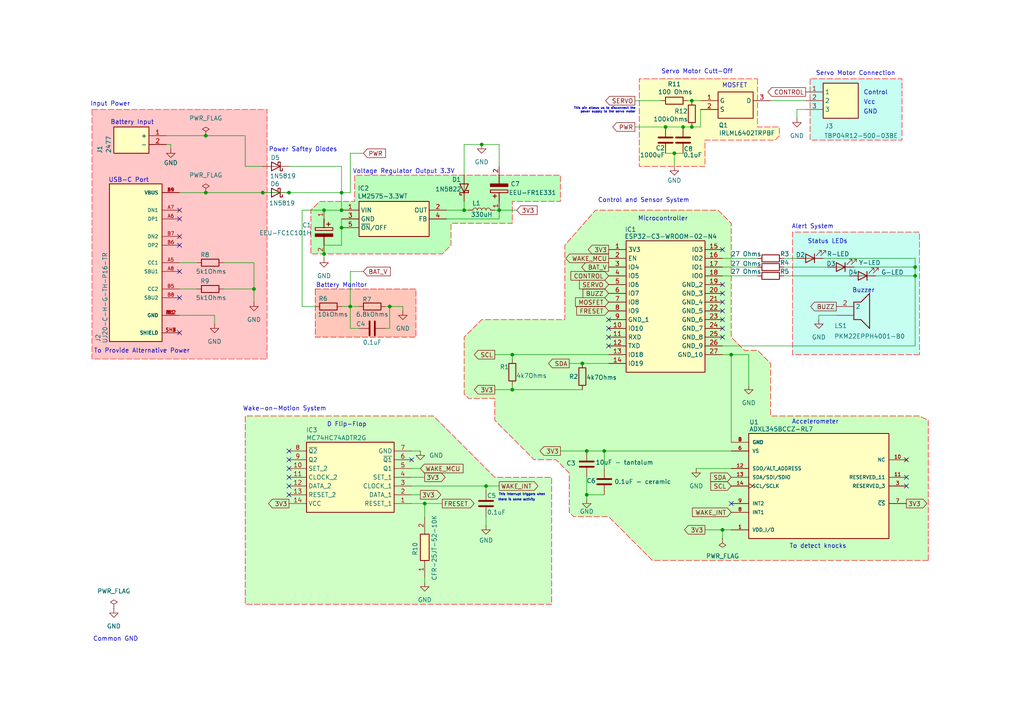
<source format=kicad_sch>
(kicad_sch (version 20250114) (generator "eeschema") (generator_version "9.0")
  (paper "A4")
  (title_block (title "KnockLockSchematic") (date "2025-10-26") (rev "1.2") (company "HSRW") (comment 1 "Group 04"))
  (lib_symbols
    (symbol "ADXL345BCCZ-RL7:ADXL345BCCZ-RL7" (pin_names (offset 1.016))
      (property "Reference" "U1" (at 0 -20.32 0))
      (property "Value" "ADXL345BCCZ-RL7" (at 0 -17.78 0))
      (symbol "ADXL345BCCZ-RL7_0_0"
        (pin input line (at -25.4 5.08 0) (length 5.08) (name "~{CS}") (number "7"))
        (pin passive line (at -25.4 0 0) (length 5.08) (name "RESERVED_3") (number "3"))
        (pin passive line (at -25.4 -2.54 0) (length 5.08) (name "RESERVED_11") (number "11"))
        (pin no_connect line (at -25.4 -7.62 0) (length 5.08) (name "NC") (number "10"))
        (pin power_in line (at 25.4 12.7 180) (length 5.08) (name "VDD_I/O") (number "1"))
        (pin output line (at 25.4 7.62 180) (length 5.08) (name "INT1") (number "8"))
        (pin output line (at 25.4 5.08 180) (length 5.08) (name "INT2") (number "9"))
        (pin bidirectional clock (at 25.4 0 180) (length 5.08) (name "SCL/SCLK") (number "14"))
        (pin bidirectional line (at 25.4 -2.54 180) (length 5.08) (name "SDA/SDI/SDIO") (number "13"))
        (pin bidirectional line (at 25.4 -5.08 180) (length 5.08) (name "SDO/ALT_ADDRESS") (number "12"))
        (pin power_in line (at 25.4 -10.16 180) (length 5.08) (name "VS") (number "6"))
        (pin power_in line (at 25.4 -12.7 180) (length 5.08) (name "GND") (number "2"))
        (pin power_in line (at 25.4 -12.7 180) (length 5.08) (name "GND") (number "4"))
        (pin power_in line (at 25.4 -12.7 180) (length 5.08) (name "GND") (number "5"))
      )
    )
    (symbol "Device:C" (pin_numbers (hide yes)) (pin_names (offset 0.254))
      (property "Reference" "C" (at 0.635 2.54 0))
      (property "Value" "C" (at 0.635 -2.54 0))
      (symbol "C_1_1"
        (pin passive line (at 0 3.81 270) (length 2.794) (name "~") (number "1"))
        (pin passive line (at 0 -3.81 90) (length 2.794) (name "~") (number "2"))
      )
    )
    (symbol "Device:L" (pin_numbers (hide yes)) (pin_names (offset 1.016) (hide yes))
      (property "Reference" "L" (at -1.27 0 90))
      (property "Value" "L" (at 1.905 0 90))
      (symbol "L_1_1"
        (pin passive line (at 0 3.81 270) (length 1.27) (name "1") (number "1"))
        (pin passive line (at 0 -3.81 90) (length 1.27) (name "2") (number "2"))
      )
    )
    (symbol "Device:LED" (pin_numbers (hide yes)) (pin_names (offset 1.016) (hide yes))
      (property "Reference" "D" (at 0 2.54 0))
      (property "Value" "LED" (at 0 -2.54 0))
      (symbol "LED_1_1"
        (pin passive line (at -3.81 0 0) (length 2.54) (name "K") (number "1"))
        (pin passive line (at 3.81 0 180) (length 2.54) (name "A") (number "2"))
      )
    )
    (symbol "Device:R" (pin_numbers (hide yes)) (pin_names (offset 0))
      (property "Reference" "R" (at 2.032 0 90))
      (property "Value" "R" (at 0 0 90))
      (symbol "R_1_1"
        (pin passive line (at 0 3.81 270) (length 1.27) (name "~") (number "1"))
        (pin passive line (at 0 -3.81 90) (length 1.27) (name "~") (number "2"))
      )
    )
    (symbol "Diode:1N5819" (pin_numbers (hide yes)) (pin_names (offset 1.016) (hide yes))
      (property "Reference" "D" (at 0 2.54 0))
      (property "Value" "1N5819" (at 0 -2.54 0))
      (symbol "1N5819_1_1"
        (pin passive line (at -3.81 0 0) (length 2.54) (name "K") (number "1"))
        (pin passive line (at 3.81 0 180) (length 2.54) (name "A") (number "2"))
      )
    )
    (symbol "Diode:1N5822" (pin_numbers (hide yes)) (pin_names (offset 1.016) (hide yes))
      (property "Reference" "D" (at 0 2.54 0))
      (property "Value" "1N5822" (at 0 -2.54 0))
      (symbol "1N5822_1_1"
        (pin passive line (at -3.81 0 0) (length 2.54) (name "K") (number "1"))
        (pin passive line (at 3.81 0 180) (length 2.54) (name "A") (number "2"))
      )
    )
    (symbol "SamacSys_Parts:2477"
      (property "Reference" "J" (at 16.51 7.62 0))
      (property "Value" "2477" (at 16.51 5.08 0))
      (symbol "2477_1_1"
        (pin passive line (at 0 0 0) (length 5.08) (name "-") (number "2"))
        (pin passive line (at 0 -2.54 0) (length 5.08) (name "+") (number "1"))
      )
    )
    (symbol "SamacSys_Parts:CFR-25JT-52-10K" (pin_names (hide yes))
      (property "Reference" "R" (at 13.97 6.35 0))
      (property "Value" "CFR-25JT-52-10K" (at 13.97 3.81 0))
      (symbol "CFR-25JT-52-10K_1_1"
        (pin passive line (at 0 0 0) (length 5.08) (name "1") (number "1"))
        (pin passive line (at 17.78 0 180) (length 5.08) (name "2") (number "2"))
      )
    )
    (symbol "SamacSys_Parts:EEU-FC1C101H" (pin_names (hide yes))
      (property "Reference" "C" (at 8.89 6.35 0))
      (property "Value" "EEU-FC1C101H" (at 8.89 3.81 0))
      (symbol "EEU-FC1C101H_1_1"
        (pin passive line (at 0 0 0) (length 2.54) (name "+") (number "1"))
        (pin passive line (at 12.7 0 180) (length 2.54) (name "-") (number "2"))
      )
    )
    (symbol "SamacSys_Parts:EEU-FR1E331" (pin_names (hide yes))
      (property "Reference" "C" (at 8.89 6.35 0))
      (property "Value" "EEU-FR1E331" (at 8.89 3.81 0))
      (symbol "EEU-FR1E331_1_1"
        (pin passive line (at 0 0 0) (length 2.54) (name "+") (number "1"))
        (pin passive line (at 12.7 0 180) (length 2.54) (name "-") (number "2"))
      )
    )
    (symbol "SamacSys_Parts:ESP32-C3-WROOM-02-N4"
      (property "Reference" "IC" (at 29.21 7.62 0))
      (property "Value" "ESP32-C3-WROOM-02-N4" (at 29.21 5.08 0))
      (symbol "ESP32-C3-WROOM-02-N4_1_1"
        (pin passive line (at 0 0 0) (length 5.08) (name "3V3") (number "1"))
        (pin passive line (at 0 -2.54 0) (length 5.08) (name "EN") (number "2"))
        (pin passive line (at 0 -5.08 0) (length 5.08) (name "IO4") (number "3"))
        (pin passive line (at 0 -7.62 0) (length 5.08) (name "IO5") (number "4"))
        (pin passive line (at 0 -10.16 0) (length 5.08) (name "IO6") (number "5"))
        (pin passive line (at 0 -12.7 0) (length 5.08) (name "IO7") (number "6"))
        (pin passive line (at 0 -15.24 0) (length 5.08) (name "IO8") (number "7"))
        (pin passive line (at 0 -17.78 0) (length 5.08) (name "IO9") (number "8"))
        (pin passive line (at 0 -20.32 0) (length 5.08) (name "GND_1") (number "9"))
        (pin passive line (at 0 -22.86 0) (length 5.08) (name "IO10") (number "10"))
        (pin passive line (at 0 -25.4 0) (length 5.08) (name "RXD") (number "11"))
        (pin passive line (at 0 -27.94 0) (length 5.08) (name "TXD") (number "12"))
        (pin passive line (at 0 -30.48 0) (length 5.08) (name "IO18") (number "13"))
        (pin passive line (at 0 -33.02 0) (length 5.08) (name "IO19") (number "14"))
        (pin passive line (at 33.02 0 180) (length 5.08) (name "IO3") (number "15"))
        (pin passive line (at 33.02 -2.54 180) (length 5.08) (name "IO2") (number "16"))
        (pin passive line (at 33.02 -5.08 180) (length 5.08) (name "IO1") (number "17"))
        (pin passive line (at 33.02 -7.62 180) (length 5.08) (name "IO0") (number "18"))
        (pin passive line (at 33.02 -10.16 180) (length 5.08) (name "GND_2") (number "19"))
        (pin passive line (at 33.02 -12.7 180) (length 5.08) (name "GND_3") (number "20"))
        (pin passive line (at 33.02 -15.24 180) (length 5.08) (name "GND_4") (number "21"))
        (pin passive line (at 33.02 -17.78 180) (length 5.08) (name "GND_5") (number "22"))
        (pin passive line (at 33.02 -20.32 180) (length 5.08) (name "GND_6") (number "23"))
        (pin passive line (at 33.02 -22.86 180) (length 5.08) (name "GND_7") (number "24"))
        (pin passive line (at 33.02 -25.4 180) (length 5.08) (name "GND_8") (number "25"))
        (pin passive line (at 33.02 -27.94 180) (length 5.08) (name "GND_9") (number "26"))
        (pin passive line (at 33.02 -30.48 180) (length 5.08) (name "GND_10") (number "27"))
      )
    )
    (symbol "SamacSys_Parts:IRLML6402TRPBF"
      (property "Reference" "Q" (at 16.51 7.62 0))
      (property "Value" "IRLML6402TRPBF" (at 16.51 5.08 0))
      (symbol "IRLML6402TRPBF_1_1"
        (pin passive line (at 0 0 0) (length 5.08) (name "G") (number "1"))
        (pin passive line (at 0 -2.54 0) (length 5.08) (name "S") (number "2"))
        (pin passive line (at 20.32 0 180) (length 5.08) (name "D") (number "3"))
      )
    )
    (symbol "SamacSys_Parts:LM2575-3.3WT"
      (property "Reference" "IC" (at 26.67 7.62 0))
      (property "Value" "LM2575-3.3WT" (at 26.67 5.08 0))
      (symbol "LM2575-3.3WT_1_1"
        (pin passive line (at 0 0 0) (length 5.08) (name "VIN") (number "1"))
        (pin passive line (at 0 -2.54 0) (length 5.08) (name "GND") (number "3"))
        (pin passive line (at 0 -5.08 0) (length 5.08) (name "~{ON}/OFF") (number "5"))
        (pin passive line (at 30.48 0 180) (length 5.08) (name "OUT") (number "2"))
        (pin passive line (at 30.48 -2.54 180) (length 5.08) (name "FB") (number "4"))
      )
    )
    (symbol "SamacSys_Parts:MC74HC74ADTR2G"
      (property "Reference" "IC" (at 31.75 7.62 0))
      (property "Value" "MC74HC74ADTR2G" (at 31.75 5.08 0))
      (symbol "MC74HC74ADTR2G_1_1"
        (pin passive line (at 0 0 0) (length 5.08) (name "RESET_1") (number "1"))
        (pin passive line (at 0 -2.54 0) (length 5.08) (name "DATA_1") (number "2"))
        (pin passive line (at 0 -5.08 0) (length 5.08) (name "CLOCK_1") (number "3"))
        (pin passive line (at 0 -7.62 0) (length 5.08) (name "SET_1") (number "4"))
        (pin passive line (at 0 -10.16 0) (length 5.08) (name "Q1") (number "5"))
        (pin passive line (at 0 -12.7 0) (length 5.08) (name "~{Q1}") (number "6"))
        (pin passive line (at 0 -15.24 0) (length 5.08) (name "GND") (number "7"))
        (pin passive line (at 35.56 0 180) (length 5.08) (name "VCC") (number "14"))
        (pin passive line (at 35.56 -2.54 180) (length 5.08) (name "RESET_2") (number "13"))
        (pin passive line (at 35.56 -5.08 180) (length 5.08) (name "DATA_2") (number "12"))
        (pin passive line (at 35.56 -7.62 180) (length 5.08) (name "CLOCK_2") (number "11"))
        (pin passive line (at 35.56 -10.16 180) (length 5.08) (name "SET_2") (number "10"))
        (pin passive line (at 35.56 -12.7 180) (length 5.08) (name "Q2") (number "9"))
        (pin passive line (at 35.56 -15.24 180) (length 5.08) (name "~{Q2}") (number "8"))
      )
    )
    (symbol "SamacSys_Parts:PKM22EPPH4001-B0"
      (property "Reference" "LS" (at 11.43 0 0))
      (property "Value" "PKM22EPPH4001-B0" (at 11.43 -2.54 0))
      (symbol "PKM22EPPH4001-B0_1_1"
        (pin passive line (at 0 0 0) (length 5.08) (name "2") (number "2"))
        (pin passive line (at 0 -2.54 0) (length 5.08) (name "") (number ""))
      )
    )
    (symbol "SamacSys_Parts:TBP04R12-500-03BE"
      (property "Reference" "J" (at 16.51 7.62 0))
      (property "Value" "TBP04R12-500-03BE" (at 16.51 5.08 0))
      (symbol "TBP04R12-500-03BE_1_1"
        (pin passive line (at 0 0 0) (length 5.08) (name "1") (number "1"))
        (pin passive line (at 0 -2.54 0) (length 5.08) (name "2") (number "2"))
        (pin passive line (at 0 -5.08 0) (length 5.08) (name "3") (number "3"))
      )
    )
    (symbol "UJ20-C-H-G-TH-P16-TR:UJ20-C-H-G-TH-P16-TR" (pin_names (offset 1.016))
      (property "Reference" "J" (at -7.62 23.622 0))
      (property "Value" "UJ20-C-H-G-TH-P16-TR" (at -7.62 -23.622 0))
      (symbol "UJ20-C-H-G-TH-P16-TR_0_0"
        (pin power_in line (at 12.7 20.32 180) (length 5.08) (name "VBUS") (number "A4"))
        (pin power_in line (at 12.7 20.32 180) (length 5.08) (name "VBUS") (number "A9"))
        (pin power_in line (at 12.7 20.32 180) (length 5.08) (name "VBUS") (number "B4"))
        (pin power_in line (at 12.7 20.32 180) (length 5.08) (name "VBUS") (number "B9"))
        (pin passive line (at 12.7 15.24 180) (length 5.08) (name "DN1") (number "A7"))
        (pin passive line (at 12.7 12.7 180) (length 5.08) (name "DP1") (number "A6"))
        (pin passive line (at 12.7 7.62 180) (length 5.08) (name "DN2") (number "B7"))
        (pin passive line (at 12.7 5.08 180) (length 5.08) (name "DP2") (number "B6"))
        (pin passive line (at 12.7 0 180) (length 5.08) (name "CC1") (number "A5"))
        (pin passive line (at 12.7 -2.54 180) (length 5.08) (name "SBU1") (number "A8"))
        (pin passive line (at 12.7 -7.62 180) (length 5.08) (name "CC2") (number "B5"))
        (pin passive line (at 12.7 -10.16 180) (length 5.08) (name "SBU2") (number "B8"))
        (pin power_in line (at 12.7 -15.24 180) (length 5.08) (name "GND") (number "A1"))
        (pin power_in line (at 12.7 -15.24 180) (length 5.08) (name "GND") (number "A12"))
        (pin power_in line (at 12.7 -15.24 180) (length 5.08) (name "GND") (number "B1"))
        (pin power_in line (at 12.7 -15.24 180) (length 5.08) (name "GND") (number "B12"))
        (pin passive line (at 12.7 -20.32 180) (length 5.08) (name "SHIELD") (number "SH1"))
        (pin passive line (at 12.7 -20.32 180) (length 5.08) (name "SHIELD") (number "SH2"))
        (pin passive line (at 12.7 -20.32 180) (length 5.08) (name "SHIELD") (number "SH3"))
        (pin passive line (at 12.7 -20.32 180) (length 5.08) (name "SHIELD") (number "SH4"))
      )
    )
    (symbol "power:GND" (power) (pin_numbers (hide yes)) (pin_names (offset 0) (hide yes))
      (property "Value" "GND" (at 0 -3.81 0))
      (symbol "GND_1_1"
        (pin power_in line (at 0 0 270) (length 0) (name "~") (number "1"))
      )
    )
    (symbol "power:PWR_FLAG" (power) (pin_numbers (hide yes)) (pin_names (offset 0) (hide yes))
      (property "Value" "PWR_FLAG" (at 0 3.81 0))
      (symbol "PWR_FLAG_0_0"
        (pin power_out line (at 0 0 90) (length 0) (name "~") (number "1"))
      )
    )
  )
  (text "D Flip-Flop\n" (at 100.584 123.19 0) (effects (font (size 1.27 1.27))))
  (text "Voltage Regulator Output 3.3V" (at 117.094 49.784 0) (effects (font (size 1.27 1.27))))
  (text "Power Saftey Diodes" (at 87.884 43.434 0) (effects (font (size 1.27 1.27))))
  (text "there is some activity" (at 149.86 145.034 0) (effects (font (size 0.635 0.635))))
  (text "Vcc\n" (at 252.222 29.718 0) (effects (font (size 1.27 1.27))))
  (text "Battery Input" (at 38.354 35.56 0) (effects (font (size 1.27 1.27))))
  (text "MOSFET\n" (at 213.106 24.892 0) (effects (font (size 1.27 1.27))))
  (text "This interrupt triggers when" (at 151.384 143.51 0) (effects (font (size 0.635 0.635))))
  (text "Control and Sensor System" (at 186.69 58.166 0) (effects (font (size 1.27 1.27))))
  (text "To detect knocks" (at 237.236 158.496 0) (effects (font (size 1.27 1.27))))
  (text "Control\n" (at 254 26.924 0) (effects (font (size 1.27 1.27))))
  (text "Common GND" (at 33.528 185.42 0) (effects (font (size 1.27 1.27))))
  (text "Wake-on-Motion System" (at 82.55 118.618 0) (effects (font (size 1.27 1.27))))
  (text "Servo Motor Cutt-Off\n" (at 202.184 20.828 0) (effects (font (size 1.27 1.27))))
  (text "GND\n" (at 252.476 32.512 0) (effects (font (size 1.27 1.27))))
  (text "Buzzer\n" (at 250.444 84.328 0) (effects (font (size 1.27 1.27))))
  (text "Alert System" (at 235.712 65.786 0) (effects (font (size 1.27 1.27))))
  (text "Servo Motor Connection\n" (at 248.158 21.336 0) (effects (font (size 1.27 1.27))))
  (text "This pin allows us to disconnect the\npower supply to the servo motor" (at 184.404 32.004 0) (effects (font (size 0.635 0.635)) (justify right)))
  (text "Input Power" (at 32.004 30.226 0) (effects (font (size 1.27 1.27))))
  (text "Microcontroller" (at 192.278 63.5 0) (effects (font (size 1.27 1.27))))
  (text "Accelerometer" (at 236.474 122.428 0) (effects (font (size 1.27 1.27))))
  (text "Battery Monitor" (at 99.06 82.804 0) (effects (font (size 1.27 1.27))))
  (text "Status LEDs" (at 240.03 70.104 0) (effects (font (size 1.27 1.27))))
  (text "To Provide Alternative Power" (at 41.148 101.854 0) (effects (font (size 1.27 1.27))))
  (text "USB-C Port" (at 37.338 52.324 0) (effects (font (size 1.27 1.27))))
  (junction (at 265.43 77.47))
  (junction (at 73.66 83.82))
  (junction (at 175.26 130.81))
  (junction (at 265.43 80.01))
  (junction (at 139.7 41.91))
  (junction (at 193.04 36.83))
  (junction (at 140.97 140.97))
  (junction (at 209.55 153.67))
  (junction (at 93.98 60.96))
  (junction (at 123.19 146.05))
  (junction (at 170.18 143.51))
  (junction (at 198.12 36.83))
  (junction (at 113.03 88.9))
  (junction (at 168.91 105.41))
  (junction (at 99.06 55.88))
  (junction (at 99.06 60.96))
  (junction (at 101.6 88.9))
  (junction (at 59.69 39.37))
  (junction (at 93.98 73.66))
  (junction (at 83.82 55.88))
  (junction (at 144.78 60.96))
  (junction (at 200.66 29.21))
  (junction (at 170.18 130.81))
  (junction (at 134.62 60.96))
  (junction (at 76.2 55.88))
  (junction (at 59.69 55.88))
  (junction (at 99.06 66.04))
  (junction (at 212.09 102.87))
  (junction (at 195.58 44.45))
  (junction (at 148.59 102.87))
  (junction (at 148.59 113.03))
  (junction (at 200.66 36.83))
  (no_connect (at 176.53 100.33))
  (no_connect (at 176.53 97.79))
  (no_connect (at 83.82 138.43))
  (no_connect (at 52.07 71.12))
  (no_connect (at 209.55 82.55))
  (no_connect (at 52.07 86.36))
  (no_connect (at 209.55 95.25))
  (no_connect (at 52.07 60.96))
  (no_connect (at 262.89 138.43))
  (no_connect (at 52.07 96.52))
  (no_connect (at 176.53 92.71))
  (no_connect (at 209.55 87.63))
  (no_connect (at 176.53 95.25))
  (no_connect (at 209.55 72.39))
  (no_connect (at 52.07 63.5))
  (no_connect (at 209.55 97.79))
  (no_connect (at 262.89 133.35))
  (no_connect (at 209.55 90.17))
  (no_connect (at 83.82 130.81))
  (no_connect (at 209.55 85.09))
  (no_connect (at 52.07 68.58))
  (no_connect (at 209.55 92.71))
  (no_connect (at 83.82 135.89))
  (no_connect (at 83.82 140.97))
  (no_connect (at 52.07 78.74))
  (no_connect (at 212.09 146.05))
  (no_connect (at 262.89 140.97))
  (no_connect (at 83.82 143.51))
  (no_connect (at 83.82 133.35))
  (no_connect (at 119.38 133.35))
  (wire (pts (xy 52.07 76.2) (xy 57.15 76.2)))
  (wire (pts (xy 231.14 31.75) (xy 231.14 34.29)))
  (wire (pts (xy 227.33 74.93) (xy 231.14 74.93)))
  (wire (pts (xy 49.53 41.91) (xy 49.53 43.18)))
  (wire (pts (xy 73.66 76.2) (xy 73.66 83.82)))
  (wire (pts (xy 200.66 29.21) (xy 203.2 29.21)))
  (wire (pts (xy 119.38 135.89) (xy 121.92 135.89)))
  (wire (pts (xy 99.06 71.12) (xy 99.06 66.04)))
  (wire (pts (xy 195.58 48.26) (xy 195.58 44.45)))
  (wire (pts (xy 111.76 95.25) (xy 113.03 95.25)))
  (wire (pts (xy 73.66 83.82) (xy 64.77 83.82)))
  (wire (pts (xy 134.62 41.91) (xy 139.7 41.91)))
  (wire (pts (xy 83.82 48.26) (xy 99.06 48.26)))
  (wire (pts (xy 143.51 102.87) (xy 148.59 102.87)))
  (wire (pts (xy 52.07 91.44) (xy 62.23 91.44)))
  (wire (pts (xy 175.26 143.51) (xy 170.18 143.51)))
  (wire (pts (xy 140.97 152.4) (xy 140.97 149.86)))
  (wire (pts (xy 193.04 36.83) (xy 198.12 36.83)))
  (wire (pts (xy 99.06 60.96) (xy 93.98 60.96)))
  (wire (pts (xy 209.55 80.01) (xy 219.71 80.01)))
  (wire (pts (xy 148.59 111.76) (xy 148.59 113.03)))
  (wire (pts (xy 76.2 55.88) (xy 83.82 55.88)))
  (wire (pts (xy 71.12 48.26) (xy 76.2 48.26)))
  (wire (pts (xy 165.1 105.41) (xy 168.91 105.41)))
  (wire (pts (xy 99.06 71.12) (xy 93.98 71.12)))
  (wire (pts (xy 119.38 146.05) (xy 123.19 146.05)))
  (wire (pts (xy 200.66 36.83) (xy 203.2 36.83)))
  (wire (pts (xy 144.78 60.96) (xy 144.78 63.5)))
  (wire (pts (xy 87.63 60.96) (xy 93.98 60.96)))
  (wire (pts (xy 140.97 140.97) (xy 140.97 142.24)))
  (wire (pts (xy 170.18 144.78) (xy 170.18 143.51)))
  (wire (pts (xy 184.15 36.83) (xy 193.04 36.83)))
  (wire (pts (xy 148.59 104.14) (xy 148.59 102.87)))
  (wire (pts (xy 101.6 44.45) (xy 105.41 44.45)))
  (wire (pts (xy 64.77 76.2) (xy 73.66 76.2)))
  (wire (pts (xy 254 80.01) (xy 265.43 80.01)))
  (wire (pts (xy 129.54 63.5) (xy 144.78 63.5)))
  (wire (pts (xy 170.18 130.81) (xy 175.26 130.81)))
  (wire (pts (xy 217.17 102.87) (xy 217.17 111.76)))
  (wire (pts (xy 52.07 83.82) (xy 57.15 83.82)))
  (wire (pts (xy 111.76 88.9) (xy 113.03 88.9)))
  (wire (pts (xy 99.06 48.26) (xy 99.06 55.88)))
  (wire (pts (xy 168.91 105.41) (xy 176.53 105.41)))
  (wire (pts (xy 144.78 60.96) (xy 149.86 60.96)))
  (wire (pts (xy 148.59 113.03) (xy 143.51 113.03)))
  (wire (pts (xy 134.62 58.42) (xy 134.62 60.96)))
  (wire (pts (xy 238.76 74.93) (xy 265.43 74.93)))
  (wire (pts (xy 148.59 102.87) (xy 176.53 102.87)))
  (wire (pts (xy 105.41 78.74) (xy 101.6 78.74)))
  (wire (pts (xy 175.26 135.89) (xy 175.26 130.81)))
  (wire (pts (xy 59.69 55.88) (xy 76.2 55.88)))
  (wire (pts (xy 134.62 41.91) (xy 134.62 50.8)))
  (wire (pts (xy 209.55 153.67) (xy 212.09 153.67)))
  (wire (pts (xy 99.06 88.9) (xy 101.6 88.9)))
  (wire (pts (xy 123.19 138.43) (xy 119.38 138.43)))
  (wire (pts (xy 71.12 39.37) (xy 71.12 48.26)))
  (wire (pts (xy 93.98 71.12) (xy 93.98 73.66)))
  (wire (pts (xy 139.7 41.91) (xy 144.78 41.91)))
  (wire (pts (xy 204.47 153.67) (xy 209.55 153.67)))
  (wire (pts (xy 73.66 87.63) (xy 73.66 83.82)))
  (wire (pts (xy 119.38 143.51) (xy 121.92 143.51)))
  (wire (pts (xy 119.38 140.97) (xy 140.97 140.97)))
  (wire (pts (xy 101.6 55.88) (xy 101.6 44.45)))
  (wire (pts (xy 135.89 60.96) (xy 134.62 60.96)))
  (wire (pts (xy 101.6 78.74) (xy 101.6 88.9)))
  (wire (pts (xy 101.6 95.25) (xy 101.6 88.9)))
  (wire (pts (xy 199.39 29.21) (xy 200.66 29.21)))
  (wire (pts (xy 87.63 88.9) (xy 91.44 88.9)))
  (wire (pts (xy 101.6 88.9) (xy 104.14 88.9)))
  (wire (pts (xy 116.84 88.9) (xy 116.84 90.17)))
  (wire (pts (xy 247.65 77.47) (xy 265.43 77.47)))
  (wire (pts (xy 87.63 60.96) (xy 87.63 88.9)))
  (wire (pts (xy 123.19 167.64) (xy 123.19 168.91)))
  (wire (pts (xy 144.78 41.91) (xy 144.78 48.26)))
  (wire (pts (xy 203.2 36.83) (xy 203.2 31.75)))
  (wire (pts (xy 104.14 95.25) (xy 101.6 95.25)))
  (wire (pts (xy 209.55 100.33) (xy 265.43 100.33)))
  (wire (pts (xy 195.58 44.45) (xy 198.12 44.45)))
  (wire (pts (xy 265.43 77.47) (xy 265.43 80.01)))
  (wire (pts (xy 93.98 73.66) (xy 93.98 74.93)))
  (wire (pts (xy 123.19 146.05) (xy 128.27 146.05)))
  (wire (pts (xy 113.03 88.9) (xy 116.84 88.9)))
  (wire (pts (xy 242.57 91.44) (xy 237.49 91.44)))
  (wire (pts (xy 83.82 55.88) (xy 99.06 55.88)))
  (wire (pts (xy 175.26 130.81) (xy 212.09 130.81)))
  (wire (pts (xy 148.59 113.03) (xy 168.91 113.03)))
  (wire (pts (xy 113.03 95.25) (xy 113.03 88.9)))
  (wire (pts (xy 217.17 102.87) (xy 212.09 102.87)))
  (wire (pts (xy 62.23 91.44) (xy 62.23 93.98)))
  (wire (pts (xy 144.78 60.96) (xy 143.51 60.96)))
  (wire (pts (xy 201.93 135.89) (xy 212.09 135.89)))
  (wire (pts (xy 101.6 55.88) (xy 99.06 55.88)))
  (wire (pts (xy 209.55 74.93) (xy 219.71 74.93)))
  (wire (pts (xy 223.52 29.21) (xy 233.68 29.21)))
  (wire (pts (xy 49.53 41.91) (xy 48.26 41.91)))
  (wire (pts (xy 99.06 55.88) (xy 99.06 60.96)))
  (wire (pts (xy 227.33 77.47) (xy 240.03 77.47)))
  (wire (pts (xy 237.49 91.44) (xy 237.49 92.71)))
  (wire (pts (xy 265.43 80.01) (xy 265.43 100.33)))
  (wire (pts (xy 59.69 39.37) (xy 71.12 39.37)))
  (wire (pts (xy 198.12 36.83) (xy 200.66 36.83)))
  (wire (pts (xy 121.92 130.81) (xy 119.38 130.81)))
  (wire (pts (xy 170.18 138.43) (xy 170.18 143.51)))
  (wire (pts (xy 99.06 63.5) (xy 99.06 66.04)))
  (wire (pts (xy 59.69 55.88) (xy 52.07 55.88)))
  (wire (pts (xy 140.97 140.97) (xy 144.78 140.97)))
  (wire (pts (xy 212.09 102.87) (xy 212.09 128.27)))
  (wire (pts (xy 209.55 153.67) (xy 209.55 156.21)))
  (wire (pts (xy 129.54 60.96) (xy 134.62 60.96)))
  (wire (pts (xy 209.55 77.47) (xy 219.71 77.47)))
  (wire (pts (xy 193.04 44.45) (xy 195.58 44.45)))
  (wire (pts (xy 265.43 74.93) (xy 265.43 77.47)))
  (wire (pts (xy 233.68 31.75) (xy 231.14 31.75)))
  (wire (pts (xy 123.19 149.86) (xy 123.19 146.05)))
  (wire (pts (xy 162.56 130.81) (xy 170.18 130.81)))
  (wire (pts (xy 209.55 102.87) (xy 212.09 102.87)))
  (wire (pts (xy 227.33 80.01) (xy 246.38 80.01)))
  (wire (pts (xy 184.15 29.21) (xy 191.77 29.21)))
  (wire (pts (xy 48.26 39.37) (xy 59.69 39.37)))
  (global_label "WAKE_MCU" (shape input) (at 121.92 135.89 0) (property "Intersheetrefs" "${INTERSHEET_REFS}" (effects (hide yes))))
  (global_label "3V3" (shape input) (at 149.86 60.96 0) (property "Intersheetrefs" "${INTERSHEET_REFS}" (effects (hide yes))))
  (global_label "3V3" (shape output) (at 143.51 113.03 180) (property "Intersheetrefs" "${INTERSHEET_REFS}" (effects (hide yes))))
  (global_label "SERVO" (shape output) (at 184.15 29.21 180) (property "Intersheetrefs" "${INTERSHEET_REFS}" (effects (hide yes))))
  (global_label "BAT_V" (shape output) (at 176.53 77.47 180) (property "Intersheetrefs" "${INTERSHEET_REFS}" (effects (hide yes))))
  (global_label "3V3" (shape output) (at 83.82 146.05 180) (property "Intersheetrefs" "${INTERSHEET_REFS}" (effects (hide yes))))
  (global_label "SCL" (shape input) (at 212.09 140.97 180) (property "Intersheetrefs" "${INTERSHEET_REFS}" (effects (hide yes))))
  (global_label "WAKE_INT" (shape input) (at 212.09 148.59 180) (property "Intersheetrefs" "${INTERSHEET_REFS}" (effects (hide yes))))
  (global_label "SERVO" (shape input) (at 176.53 82.55 180) (property "Intersheetrefs" "${INTERSHEET_REFS}" (effects (hide yes))))
  (global_label "CONTROL" (shape input) (at 176.53 80.01 180) (property "Intersheetrefs" "${INTERSHEET_REFS}" (effects (hide yes))))
  (global_label "PWR" (shape output) (at 184.15 36.83 180) (property "Intersheetrefs" "${INTERSHEET_REFS}" (effects (hide yes))))
  (global_label "3V3" (shape output) (at 121.92 143.51 0) (property "Intersheetrefs" "${INTERSHEET_REFS}" (effects (hide yes))))
  (global_label "WAKE_INT" (shape output) (at 144.78 140.97 0) (property "Intersheetrefs" "${INTERSHEET_REFS}" (effects (hide yes))))
  (global_label "SDA" (shape output) (at 165.1 105.41 180) (property "Intersheetrefs" "${INTERSHEET_REFS}" (effects (hide yes))))
  (global_label "3V3" (shape output) (at 204.47 153.67 180) (property "Intersheetrefs" "${INTERSHEET_REFS}" (effects (hide yes))))
  (global_label "FRESET" (shape input) (at 176.53 90.17 180) (property "Intersheetrefs" "${INTERSHEET_REFS}" (effects (hide yes))))
  (global_label "FRESET" (shape output) (at 128.27 146.05 0) (property "Intersheetrefs" "${INTERSHEET_REFS}" (effects (hide yes))))
  (global_label "3V3" (shape output) (at 262.89 146.05 0) (property "Intersheetrefs" "${INTERSHEET_REFS}" (effects (hide yes))))
  (global_label "PWR" (shape input) (at 105.41 44.45 0) (property "Intersheetrefs" "${INTERSHEET_REFS}" (effects (hide yes))))
  (global_label "3V3" (shape output) (at 162.56 130.81 180) (property "Intersheetrefs" "${INTERSHEET_REFS}" (effects (hide yes))))
  (global_label "3V3" (shape output) (at 123.19 138.43 0) (property "Intersheetrefs" "${INTERSHEET_REFS}" (effects (hide yes))))
  (global_label "3V3" (shape output) (at 176.53 72.39 180) (property "Intersheetrefs" "${INTERSHEET_REFS}" (effects (hide yes))))
  (global_label "SDA" (shape input) (at 212.09 138.43 180) (property "Intersheetrefs" "${INTERSHEET_REFS}" (effects (hide yes))))
  (global_label "BUZZ" (shape output) (at 242.57 88.9 180) (property "Intersheetrefs" "${INTERSHEET_REFS}" (effects (hide yes))))
  (global_label "BAT_V" (shape input) (at 105.41 78.74 0) (property "Intersheetrefs" "${INTERSHEET_REFS}" (effects (hide yes))))
  (global_label "MOSFET" (shape input) (at 176.53 87.63 180) (property "Intersheetrefs" "${INTERSHEET_REFS}" (effects (hide yes))))
  (global_label "WAKE_MCU" (shape output) (at 176.53 74.93 180) (property "Intersheetrefs" "${INTERSHEET_REFS}" (effects (hide yes))))
  (global_label "SCL" (shape output) (at 143.51 102.87 180) (property "Intersheetrefs" "${INTERSHEET_REFS}" (effects (hide yes))))
  (global_label "CONTROL" (shape output) (at 233.68 26.67 180) (property "Intersheetrefs" "${INTERSHEET_REFS}" (effects (hide yes))))
  (global_label "BUZZ" (shape input) (at 176.53 85.09 180) (property "Intersheetrefs" "${INTERSHEET_REFS}" (effects (hide yes))))
  (rule_area (polyline (pts (xy 26.67 31.75) (xy 26.67 104.14) (xy 77.47 104.14) (xy 77.47 31.75)) (stroke (width 0) (type dash) (color 255 29 29 1)) (fill (type color) (color 255 68 70 0.3))))
  (rule_area (polyline (pts (xy 234.95 22.86) (xy 234.95 40.64) (xy 261.62 40.64) (xy 261.62 22.86)) (stroke (width 0) (type dash)) (fill (type color) (color 66 255 212 0.3019607843))))
  (rule_area (polyline (pts (xy 160.02 175.26) (xy 71.12 175.26) (xy 71.12 120.65) (xy 125.73 120.65) (xy 143.51 138.43) (xy 160.02 138.43)) (stroke (width 0) (type dash)) (fill (type color) (color 95 255 61 0.3))))
  (rule_area (polyline (pts (xy 219.71 22.86) (xy 219.71 36.83) (xy 226.06 36.83) (xy 226.06 39.37) (xy 224.79 40.64) (xy 204.47 40.64) (xy 204.47 48.26) (xy 185.42 48.26) (xy 185.42 22.86)) (stroke (width 0) (type dash)) (fill (type color) (color 245 255 58 0.3))))
  (rule_area (polyline (pts (xy 91.44 83.82) (xy 120.65 83.82) (xy 120.65 97.79) (xy 91.44 97.79)) (stroke (width 0) (type dash)) (fill (type color) (color 255 65 21 0.3))))
  (rule_area (polyline (pts (xy 269.24 162.56) (xy 189.23 162.56) (xy 176.53 149.86) (xy 166.37 149.86) (xy 165.1 148.59) (xy 165.1 137.16) (xy 161.29 133.35) (xy 154.94 133.35) (xy 143.51 121.92) (xy 143.51 115.57) (xy 135.89 115.57) (xy 134.62 114.3) (xy 134.62 97.79) (xy 139.7 92.71) (xy 163.83 92.71) (xy 163.83 72.39) (xy 163.83 71.12) (xy 172.72 60.96) (xy 208.28 60.96) (xy 212.09 64.77) (xy 212.09 97.79) (xy 215.9 101.6) (xy 219.71 101.6) (xy 223.52 105.41) (xy 223.52 120.65) (xy 265.43 120.65) (xy 266.7 120.65) (xy 269.24 121.92)) (stroke (width 0) (type dash)) (fill (type color) (color 82 255 48 0.3))))
  (rule_area (polyline (pts (xy 92.71 58.42) (xy 102.87 58.42) (xy 102.87 50.8) (xy 162.56 50.8) (xy 162.56 58.42) (xy 148.59 58.42) (xy 148.59 64.77) (xy 130.81 64.77) (xy 130.81 71.12) (xy 128.27 73.66) (xy 90.17 73.66) (xy 90.17 60.96)) (stroke (width 0) (type dash)) (fill (type color) (color 32 255 32 0.3))))
  (rule_area (polyline (pts (xy 266.7 102.87) (xy 229.87 102.87) (xy 229.87 67.31) (xy 266.7 67.31)) (stroke (width 0) (type dash)) (fill (type color) (color 66 255 212 0.3))))
  (symbol (lib_id "SamacSys_Parts:EEU-FC1C101H") (at 93.98 60.96 270) (unit 1)
    (property "Reference" "C1" (at 87.63 65.278 90) (effects (justify left)))
    (property "Value" "EEU-FC1C101H" (at 75.184 67.564 90) (effects (justify left)))
    (property "Footprint" "SamacSys_Parts:CAPPRD250W55D630H1220" (effects (hide yes)))
    (property "Datasheet" "http://industrial.panasonic.com/cdbs/www-data/pdf/RDF0000/ABA0000C1209.pdf" (effects (hide yes)))
    (property "Description" "Aluminium Electrolytic Capacitor, Radial Lead, AEC-Q200, 105?C" (effects (hide yes)))
    (property "Height" "12.2" (effects (hide yes)))
    (property "Mouser Part Number" "667-EEU-FC1C101H" (effects (hide yes)))
    (property "Mouser Price/Stock" "https://www.mouser.co.uk/ProductDetail/Panasonic/EEU-FC1C101H?qs=%2FC1U95aQ15szP%252BXx0reJVg%3D%3D" (effects (hide yes)))
    (property "Manufacturer_Name" "Panasonic" (effects (hide yes)))
    (property "Manufacturer_Part_Number" "EEU-FC1C101H" (effects (hide yes)))
  )
  (symbol (lib_id "Device:C") (at 175.26 139.7 180) (unit 1)
    (property "Reference" "C6" (at 171.45 139.446 0))
    (property "Value" "0.1uF - ceramic" (at 186.436 139.7 0))
    (property "Description" "Unpolarized capacitor" (effects (hide yes)))
  )
  (symbol (lib_id "SamacSys_Parts:CFR-25JT-52-10K") (at 123.19 167.64 90) (unit 1)
    (property "Reference" "R10" (at 120.396 157.226 0) (effects (justify right)))
    (property "Value" "CFR-25JT-52-10K" (at 125.984 149.352 0) (effects (justify right)))
    (property "Footprint" "SamacSys_Parts:RESAD1590W60L630D240" (effects (hide yes)))
    (property "Datasheet" "https://www.yageo.com/upload/media/product/productsearch/datasheet/lr/YAGEO%20CFR_datasheet_2021v0.pdf" (effects (hide yes)))
    (property "Description" "Carbon Film Resistors - Through Hole 10 kOhms 250 mW 5% -350/ +500 PPM / C" (effects (hide yes)))
    (property "Mouser Part Number" "603-CFR-25JT-52-10K" (effects (hide yes)))
    (property "Mouser Price/Stock" "https://www.mouser.co.uk/ProductDetail/YAGEO/CFR-25JT-52-10K?qs=sxZXDnvRBEh6BTlAYl6hWg%3D%3D" (effects (hide yes)))
    (property "Manufacturer_Name" "YAGEO" (effects (hide yes)))
    (property "Manufacturer_Part_Number" "CFR-25JT-52-10K" (effects (hide yes)))
  )
  (symbol (lib_id "power:GND") (at 123.19 168.91 0) (unit 1)
    (property "Reference" "#PWR010" (effects (hide yes)))
    (property "Value" "GND" (at 123.19 173.99 0))
    (property "Description" "Power symbol creates a global label with name \"GND\" , ground" (effects (hide yes)))
  )
  (symbol (lib_id "Device:R") (at 223.52 80.01 90) (unit 1)
    (property "Reference" "R5" (at 227.584 78.74 90))
    (property "Value" "27 Ohms" (at 216.408 78.74 90))
    (property "Footprint" "SamacSys_Parts:RESAD1590W60L630D240" (effects (hide yes)))
    (property "Description" "Resistor" (effects (hide yes)))
  )
  (symbol (lib_id "SamacSys_Parts:TBP04R12-500-03BE") (at 233.68 26.67 0) (unit 1)
    (property "Reference" "J3" (at 239.268 36.576 0) (effects (justify left)))
    (property "Value" "TBP04R12-500-03BE" (at 239.014 39.37 0) (effects (justify left)))
    (property "Footprint" "TBP04R1250003BE" (effects (hide yes)))
    (property "Datasheet" "https://www.sameskydevices.com/product/resource/tbp04r12-500.pdf" (effects (hide yes)))
    (property "Description" "3 Position Terminal Block Header, Male Pins, Shrouded (4 Side) 0.197\" (5.00mm) 90, Right Angle Through Hole" (effects (hide yes)))
    (property "Height" "8.8" (effects (hide yes)))
    (property "Mouser Part Number" "179-TBP04R12-50003BE" (effects (hide yes)))
    (property "Mouser Price/Stock" "https://www.mouser.co.uk/ProductDetail/CUI-Devices/TBP04R12-500-03BE?qs=TCDPyi3sCW0NaxY6tKwPhA%3D%3D" (effects (hide yes)))
    (property "Manufacturer_Name" "Same Sky" (effects (hide yes)))
    (property "Manufacturer_Part_Number" "TBP04R12-500-03BE" (effects (hide yes)))
  )
  (symbol (lib_id "SamacSys_Parts:MC74HC74ADTR2G") (at 119.38 146.05 180) (unit 1)
    (property "Reference" "IC3" (at 90.424 124.714 0))
    (property "Value" "MC74HC74ADTR2G" (at 97.536 127 0))
    (property "Footprint" "SamacSys_Parts:SOP65P640X120-14N" (effects (hide yes)))
    (property "Datasheet" "https://www.onsemi.com/pub/Collateral/MC74HC74A-D.PDF" (effects (hide yes)))
    (property "Description" "Operating Voltage Range: 2.0 to 6.0 V; Output Drive Capability: 10 LSTTL Loads; In Compliance with the Requirements Defined by JEDEC Standard No. 7A; High Noise Immunity Characteristic of CMOS Devices; Chip Complexity: 128 FETs or 32 Equivalent Gates; Outputs Directly Interface to CMOS, NMOS, and TTL; Low Input Current: 1.0 mA; Pb-Free Packages are Available" (effects (hide yes)))
    (property "Height" "1.2" (effects (hide yes)))
    (property "Mouser Part Number" "863-MC74HC74ADTR2G" (effects (hide yes)))
    (property "Mouser Price/Stock" "https://www.mouser.co.uk/ProductDetail/onsemi/MC74HC74ADTR2G?qs=qg33o%252B8vzFpElZhsrDIJOg%3D%3D" (effects (hide yes)))
    (property "Manufacturer_Name" "onsemi" (effects (hide yes)))
    (property "Manufacturer_Part_Number" "MC74HC74ADTR2G" (effects (hide yes)))
  )
  (symbol (lib_id "power:GND") (at 116.84 90.17 0) (unit 1)
    (property "Reference" "#PWR07" (effects (hide yes)))
    (property "Value" "GND" (at 116.84 95.25 0))
    (property "Description" "Power symbol creates a global label with name \"GND\" , ground" (effects (hide yes)))
  )
  (symbol (lib_id "Device:LED") (at 234.95 74.93 180) (unit 1)
    (property "Reference" "D2" (at 232.156 73.914 0))
    (property "Value" "R-LED" (at 243.078 73.66 0))
    (property "Description" "Light emitting diode" (effects (hide yes)))
    (property "Sim.Pins" "1=K 2=A" (effects (hide yes)))
  )
  (symbol (lib_id "Device:C") (at 140.97 146.05 0) (unit 1)
    (property "Reference" "C5" (at 141.224 143.764 0) (effects (justify left)))
    (property "Value" "0.1uF" (at 141.224 148.59 0) (effects (justify left)))
    (property "Description" "Unpolarized capacitor" (effects (hide yes)))
  )
  (symbol (lib_id "Device:R") (at 195.58 29.21 90) (unit 1)
    (property "Reference" "R11" (at 195.58 24.384 90))
    (property "Value" "100 Ohms" (at 195.834 26.67 90))
    (property "Description" "Resistor" (effects (hide yes)))
  )
  (symbol (lib_id "Device:LED") (at 243.84 77.47 180) (unit 1)
    (property "Reference" "D3" (at 241.046 76.454 0))
    (property "Value" "Y-LED" (at 252.222 76.2 0))
    (property "Description" "Light emitting diode" (effects (hide yes)))
    (property "Sim.Pins" "1=K 2=A" (effects (hide yes)))
  )
  (symbol (lib_id "power:GND") (at 33.02 176.53 0) (unit 1)
    (property "Reference" "#PWR02" (effects (hide yes)))
    (property "Value" "GND" (at 33.02 181.61 0))
    (property "Description" "Power symbol creates a global label with name \"GND\" , ground" (effects (hide yes)))
  )
  (symbol (lib_id "SamacSys_Parts:PKM22EPPH4001-B0") (at 242.57 88.9 0) (unit 1)
    (property "Reference" "LS1" (at 243.84 94.488 0))
    (property "Value" "PKM22EPPH4001-B0" (at 252.222 97.536 0))
    (property "Footprint" "SamacSys_Parts:PKM22EPPH4001B0" (effects (hide yes)))
    (property "Datasheet" "https://www.murata.com/products/productdata/8801054064670/SPEC-PKM22EPPH4001-B0.pdf?1517839211000" (effects (hide yes)))
    (property "Description" "Buzzers Transducer, Externally Driven Piezo 1.5 V 4kHz 75dB @ 1.5V, 10cm Through Hole PC Pins" (effects (hide yes)))
    (property "Height" "10.7" (effects (hide yes)))
    (property "Mouser Part Number" "81-PKM22EPPH4001-B0" (effects (hide yes)))
    (property "Mouser Price/Stock" "https://www.mouser.co.uk/ProductDetail/Murata-Electronics/PKM22EPPH4001-B0?qs=flZjIlU0hx2Fke4m2iZ9MA%3D%3D" (effects (hide yes)))
    (property "Manufacturer_Name" "Murata Electronics" (effects (hide yes)))
    (property "Manufacturer_Part_Number" "PKM22EPPH4001-B0" (effects (hide yes)))
  )
  (symbol (lib_id "Device:C") (at 170.18 134.62 180) (unit 1)
    (property "Reference" "C3" (at 165.608 134.366 0))
    (property "Value" "10uF - tantalum" (at 181.102 134.112 0))
    (property "Description" "Unpolarized capacitor" (effects (hide yes)))
  )
  (symbol (lib_id "power:GND") (at 73.66 87.63 0) (unit 1)
    (property "Reference" "#PWR011" (effects (hide yes)))
    (property "Value" "GND" (at 73.66 92.71 0))
    (property "Description" "Power symbol creates a global label with name \"GND\" , ground" (effects (hide yes)))
  )
  (symbol (lib_id "Diode:1N5819") (at 80.01 55.88 180) (unit 1)
    (property "Reference" "D6" (at 79.756 53.34 0))
    (property "Value" "1N5819" (at 81.788 58.928 0))
    (property "Footprint" "Diode_THT:D_DO-41_SOD81_P10.16mm_Horizontal" (effects (hide yes)))
    (property "Datasheet" "http://www.vishay.com/docs/88525/1n5817.pdf" (effects (hide yes)))
    (property "Description" "40V 1A Schottky Barrier Rectifier Diode, DO-41" (effects (hide yes)))
  )
  (symbol (lib_id "Device:R") (at 95.25 88.9 90) (unit 1)
    (property "Reference" "R6" (at 93.726 86.614 90))
    (property "Value" "10kOhms" (at 96.52 91.186 90))
    (property "Footprint" "SamacSys_Parts:RESAD1590W60L630D240" (effects (hide yes)))
    (property "Description" "Resistor" (effects (hide yes)))
  )
  (symbol (lib_id "Device:R") (at 148.59 107.95 180) (unit 1)
    (property "Reference" "R1" (at 146.304 106.426 0))
    (property "Value" "4k7Ohms" (at 154.178 108.966 0))
    (property "Footprint" "SamacSys_Parts:RESAD1590W60L630D240" (effects (hide yes)))
    (property "Description" "Resistor" (effects (hide yes)))
  )
  (symbol (lib_id "Device:R") (at 107.95 88.9 90) (unit 1)
    (property "Reference" "R7" (at 106.426 86.868 90))
    (property "Value" "6.8kOhms" (at 107.95 91.186 90))
    (property "Footprint" "SamacSys_Parts:RESAD1590W60L630D240" (effects (hide yes)))
    (property "Description" "Resistor" (effects (hide yes)))
  )
  (symbol (lib_id "SamacSys_Parts:IRLML6402TRPBF") (at 203.2 29.21 0) (unit 1)
    (property "Reference" "Q1" (at 209.804 36.322 0))
    (property "Value" "IRLML6402TRPBF" (at 216.662 38.608 0))
    (property "Footprint" "SOT95P237X112-3N" (effects (hide yes)))
    (property "Datasheet" "http://www.infineon.com/dgdl/irlml6402pbf.pdf?fileId=5546d462533600a401535668d5c2263c" (effects (hide yes)))
    (property "Description" "MOSFET MOSFT P-Ch -3.7A 65mOhm 8nC Log Lvl" (effects (hide yes)))
    (property "Height" "1.12" (effects (hide yes)))
    (property "Mouser Part Number" "942-IRLML6402TRPBF" (effects (hide yes)))
    (property "Mouser Price/Stock" "https://www.mouser.co.uk/ProductDetail/Infineon-Technologies/IRLML6402TRPBF?qs=9%252BKlkBgLFf0HuZuONx2Ewg%3D%3D" (effects (hide yes)))
    (property "Manufacturer_Name" "Infineon" (effects (hide yes)))
    (property "Manufacturer_Part_Number" "IRLML6402TRPBF" (effects (hide yes)))
  )
  (symbol (lib_id "SamacSys_Parts:LM2575-3.3WT") (at 99.06 60.96 0) (unit 1)
    (property "Reference" "IC2" (at 105.41 54.61 0))
    (property "Value" "LM2575-3.3WT" (at 110.998 56.896 0))
    (property "Footprint" "SamacSys_Parts:LM257533WT" (effects (hide yes)))
    (property "Datasheet" "https://ww1.microchip.com/downloads/en/DeviceDoc/lm2575.pdf" (effects (hide yes)))
    (property "Description" "Switching Voltage Regulators 1A Step-Down SMPS Regulator" (effects (hide yes)))
    (property "Height" "15.113" (effects (hide yes)))
    (property "Mouser Part Number" "998-LM2575-3.3WT" (effects (hide yes)))
    (property "Mouser Price/Stock" "https://www.mouser.co.uk/ProductDetail/Microchip-Technology/LM2575-3.3WT?qs=kh6iOki%2FeLFAZSEMjMNbiQ%3D%3D" (effects (hide yes)))
    (property "Manufacturer_Name" "Microchip" (effects (hide yes)))
    (property "Manufacturer_Part_Number" "LM2575-3.3WT" (effects (hide yes)))
  )
  (symbol (lib_id "power:GND") (at 231.14 34.29 0) (unit 1)
    (property "Reference" "#PWR015" (effects (hide yes)))
    (property "Value" "GND" (at 231.14 39.37 0))
    (property "Description" "Power symbol creates a global label with name \"GND\" , ground" (effects (hide yes)))
  )
  (symbol (lib_id "SamacSys_Parts:2477") (at 48.26 41.91 180) (unit 1)
    (property "Reference" "J1" (at 28.956 42.164 90) (effects (justify left)))
    (property "Value" "2477" (at 31.496 39.37 90) (effects (justify left)))
    (property "Footprint" "SamacSys_Parts:2477" (effects (hide yes)))
    (property "Datasheet" "https://www.keyelco.com/product-pdf.cfm?p=1039" (effects (hide yes)))
    (property "Description" "Cylindrical Battery Contacts, Clips, Holders & Springs 4AA PLASTIC HOLDER" (effects (hide yes)))
    (property "Height" "17.01" (effects (hide yes)))
    (property "Mouser Part Number" "534-2477" (effects (hide yes)))
    (property "Mouser Price/Stock" "https://www.mouser.co.uk/ProductDetail/Keystone-Electronics/2477?qs=Q3RoVmURDolEbXnNenQutg%3D%3D" (effects (hide yes)))
    (property "Manufacturer_Name" "Keystone Electronics" (effects (hide yes)))
    (property "Manufacturer_Part_Number" "2477" (effects (hide yes)))
  )
  (symbol (lib_id "power:GND") (at 217.17 111.76 0) (unit 1)
    (property "Reference" "#PWR014" (effects (hide yes)))
    (property "Value" "GND" (at 217.17 116.84 0))
    (property "Description" "Power symbol creates a global label with name \"GND\" , ground" (effects (hide yes)))
  )
  (symbol (lib_id "Device:R") (at 200.66 33.02 0) (unit 1)
    (property "Reference" "R12" (at 195.58 32.258 0) (effects (justify left)))
    (property "Value" "100kOhms" (at 189.484 34.544 0) (effects (justify left)))
    (property "Description" "Resistor" (effects (hide yes)))
  )
  (symbol (lib_id "power:GND") (at 195.58 48.26 0) (unit 1)
    (property "Reference" "#PWR016" (effects (hide yes)))
    (property "Value" "GND" (at 195.58 52.324 0))
    (property "Description" "Power symbol creates a global label with name \"GND\" , ground" (effects (hide yes)))
  )
  (symbol (lib_id "power:GND") (at 49.53 43.18 0) (unit 1)
    (property "Reference" "#PWR01" (effects (hide yes)))
    (property "Value" "GND" (at 49.53 47.244 0))
    (property "Description" "Power symbol creates a global label with name \"GND\" , ground" (effects (hide yes)))
  )
  (symbol (lib_id "Diode:1N5822") (at 134.62 54.61 90) (unit 1)
    (property "Reference" "D1" (at 131.064 52.07 90) (effects (justify right)))
    (property "Value" "1N5822" (at 126.238 54.864 90) (effects (justify right)))
    (property "Footprint" "Diode_THT:D_DO-201AD_P15.24mm_Horizontal" (effects (hide yes)))
    (property "Datasheet" "http://www.vishay.com/docs/88526/1n5820.pdf" (effects (hide yes)))
    (property "Description" "40V 3A Schottky Barrier Rectifier Diode, DO-201AD" (effects (hide yes)))
  )
  (symbol (lib_id "power:GND") (at 93.98 74.93 0) (unit 1)
    (property "Reference" "#PWR04" (effects (hide yes)))
    (property "Value" "GND" (at 93.98 80.01 0))
    (property "Description" "Power symbol creates a global label with name \"GND\" , ground" (effects (hide yes)))
  )
  (symbol (lib_id "ADXL345BCCZ-RL7:ADXL345BCCZ-RL7") (at 237.49 140.97 180) (unit 1)
    (property "Reference" "U1" (at 218.694 122.428 0))
    (property "Value" "ADXL345BCCZ-RL7" (at 226.568 124.46 0))
    (property "Footprint" "ADXL345BCCZ-RL7:PQFN80P500X300X100-14N" (effects (hide yes)))
    (property "MF" "Analog Devices" (effects (hide yes)))
    (property "SNAPEDA_PACKAGE_ID" "105924" (effects (hide yes)))
    (property "MAXIMUM_PACKAGE_HEIGHT" "1 mm" (effects (hide yes)))
    (property "Price" "None" (effects (hide yes)))
    (property "Package" "LGA -14 Analog Devices" (effects (hide yes)))
    (property "Check_prices" "https://www.snapeda.com/parts/ADXL345BCCZ-RL7/Analog+Devices/view-part/?ref=eda" (effects (hide yes)))
    (property "STANDARD" "IPC 7351B" (effects (hide yes)))
    (property "PARTREV" "B" (effects (hide yes)))
    (property "SnapEDA_Link" "https://www.snapeda.com/parts/ADXL345BCCZ-RL7/Analog+Devices/view-part/?ref=snap" (effects (hide yes)))
    (property "MP" "ADXL345BCCZ-RL7" (effects (hide yes)))
    (property "Description_1" "3-Axis, ±2 g/±4 g/±8 g/±16 g Digital Accelerometer" (effects (hide yes)))
    (property "MANUFACTURER" "Analog Devices" (effects (hide yes)))
    (property "Availability" "In Stock" (effects (hide yes)))
    (property "SNAPEDA_PN" "ADXL345BCCZ-RL7" (effects (hide yes)))
  )
  (symbol (lib_id "Device:C") (at 198.12 40.64 180) (unit 1)
    (property "Reference" "C8" (at 199.644 43.18 0))
    (property "Value" "0.1uF" (at 200.914 44.958 0))
    (property "Description" "Unpolarized capacitor" (effects (hide yes)))
  )
  (symbol (lib_id "power:PWR_FLAG") (at 59.69 55.88 0) (unit 1)
    (property "Reference" "#FLG02" (effects (hide yes)))
    (property "Value" "PWR_FLAG" (at 59.69 50.8 0))
    (property "Description" "Special symbol for telling ERC where power comes from" (effects (hide yes)))
  )
  (symbol (lib_id "Device:R") (at 168.91 109.22 180) (unit 1)
    (property "Reference" "R2" (at 166.37 109.22 0))
    (property "Value" "4k7Ohms" (at 174.498 109.474 0))
    (property "Footprint" "SamacSys_Parts:RESAD1590W60L630D240" (effects (hide yes)))
    (property "Description" "Resistor" (effects (hide yes)))
  )
  (symbol (lib_id "Device:R") (at 60.96 76.2 90) (unit 1)
    (property "Reference" "R8" (at 59.436 73.914 90))
    (property "Value" "5k1Ohms" (at 61.214 78.74 90))
    (property "Description" "Resistor" (effects (hide yes)))
  )
  (symbol (lib_id "Device:C") (at 193.04 40.64 180) (unit 1)
    (property "Reference" "C2" (at 191.516 42.926 0))
    (property "Value" "1000uF" (at 189.23 44.958 0))
    (property "Description" "Unpolarized capacitor" (effects (hide yes)))
  )
  (symbol (lib_id "power:PWR_FLAG") (at 209.55 156.21 180) (unit 1)
    (property "Reference" "#FLG01" (effects (hide yes)))
    (property "Value" "PWR_FLAG" (at 209.55 161.29 0))
    (property "Description" "Special symbol for telling ERC where power comes from" (effects (hide yes)))
  )
  (symbol (lib_id "power:GND") (at 170.18 144.78 0) (unit 1)
    (property "Reference" "#PWR05" (effects (hide yes)))
    (property "Value" "GND" (at 172.212 148.336 0) (effects (justify right)))
    (property "Description" "Power symbol creates a global label with name \"GND\" , ground" (effects (hide yes)))
  )
  (symbol (lib_id "Device:C") (at 107.95 95.25 90) (unit 1)
    (property "Reference" "C4" (at 104.648 93.98 90))
    (property "Value" "0.1uF" (at 107.95 99.314 90))
    (property "Description" "Unpolarized capacitor" (effects (hide yes)))
  )
  (symbol (lib_id "power:GND") (at 201.93 135.89 0) (unit 1)
    (property "Reference" "#PWR06" (effects (hide yes)))
    (property "Value" "GND" (at 201.93 140.97 0))
    (property "Description" "Power symbol creates a global label with name \"GND\" , ground" (effects (hide yes)))
  )
  (symbol (lib_id "UJ20-C-H-G-TH-P16-TR:UJ20-C-H-G-TH-P16-TR") (at 39.37 76.2 0) (unit 1)
    (property "Reference" "J2" (at 28.448 98.044 90))
    (property "Value" "UJ20-C-H-G-TH-P16-TR" (at 30.48 86.36 90))
    (property "Footprint" "UJ20-C-H-G-TH-P16-TR:SAMESKY_UJ20-C-H-G-TH-P16-TR" (effects (hide yes)))
    (property "MF" "Same Sky" (effects (hide yes)))
    (property "MAXIMUM_PACKAGE_HEIGHT" "3.21mm" (effects (hide yes)))
    (property "Package" "Package" (effects (hide yes)))
    (property "Price" "None" (effects (hide yes)))
    (property "Check_prices" "https://www.snapeda.com/parts/UJ20-C-H-G-TH-P16-TR/Same+Sky/view-part/?ref=eda" (effects (hide yes)))
    (property "STANDARD" "Manufacturer Recommendations" (effects (hide yes)))
    (property "PARTREV" "1.0" (effects (hide yes)))
    (property "SnapEDA_Link" "https://www.snapeda.com/parts/UJ20-C-H-G-TH-P16-TR/Same+Sky/view-part/?ref=snap" (effects (hide yes)))
    (property "MP" "UJ20-C-H-G-TH-P16-TR" (effects (hide yes)))
    (property "Description_1" "USB-C (USB TYPE-C) USB 2.0 Receptacle Connector 24 (16+8 Dummy) Position Through Hole, Right Angle" (effects (hide yes)))
    (property "Availability" "In Stock" (effects (hide yes)))
    (property "MANUFACTURER" "Same Sky" (effects (hide yes)))
  )
  (symbol (lib_id "Device:R") (at 223.52 74.93 90) (unit 1)
    (property "Reference" "R3" (at 227.584 73.66 90))
    (property "Value" "27 Ohms" (at 216.408 73.66 90))
    (property "Footprint" "SamacSys_Parts:RESAD1590W60L630D240" (effects (hide yes)))
    (property "Description" "Resistor" (effects (hide yes)))
  )
  (symbol (lib_id "Device:R") (at 223.52 77.47 90) (unit 1)
    (property "Reference" "R4" (at 227.584 76.2 90))
    (property "Value" "27 Ohms" (at 216.408 76.454 90))
    (property "Footprint" "SamacSys_Parts:RESAD1590W60L630D240" (effects (hide yes)))
    (property "Description" "Resistor" (effects (hide yes)))
  )
  (symbol (lib_id "power:GND") (at 237.49 92.71 0) (unit 1)
    (property "Reference" "#PWR013" (effects (hide yes)))
    (property "Value" "GND" (at 237.49 97.79 0))
    (property "Description" "Power symbol creates a global label with name \"GND\" , ground" (effects (hide yes)))
  )
  (symbol (lib_id "power:PWR_FLAG") (at 33.02 176.53 0) (unit 1)
    (property "Reference" "#FLG04" (effects (hide yes)))
    (property "Value" "PWR_FLAG" (at 33.02 171.45 0))
    (property "Description" "Special symbol for telling ERC where power comes from" (effects (hide yes)))
  )
  (symbol (lib_id "Device:R") (at 60.96 83.82 90) (unit 1)
    (property "Reference" "R9" (at 59.436 81.534 90))
    (property "Value" "5k1Ohms" (at 61.214 86.36 90))
    (property "Description" "Resistor" (effects (hide yes)))
  )
  (symbol (lib_id "power:GND") (at 139.7 41.91 0) (unit 1)
    (property "Reference" "#PWR03" (effects (hide yes)))
    (property "Value" "GND" (at 139.7 46.99 0))
    (property "Description" "Power symbol creates a global label with name \"GND\" , ground" (effects (hide yes)))
  )
  (symbol (lib_id "Device:LED") (at 250.19 80.01 180) (unit 1)
    (property "Reference" "D4" (at 247.396 78.994 0))
    (property "Value" "G-LED" (at 258.826 78.994 0))
    (property "Description" "Light emitting diode" (effects (hide yes)))
    (property "Sim.Pins" "1=K 2=A" (effects (hide yes)))
  )
  (symbol (lib_id "Device:L") (at 139.7 60.96 90) (unit 1)
    (property "Reference" "L1" (at 138.176 58.928 90))
    (property "Value" "330uH" (at 139.7 62.23 90))
    (property "Description" "Inductor" (effects (hide yes)))
  )
  (symbol (lib_id "SamacSys_Parts:ESP32-C3-WROOM-02-N4") (at 176.53 72.39 0) (unit 1)
    (property "Reference" "IC1" (at 182.88 66.548 0))
    (property "Value" "ESP32-C3-WROOM-02-N4" (at 194.564 68.58 0))
    (property "Footprint" "SamacSys_Parts:ESP32C3WROOM02N4" (effects (hide yes)))
    (property "Datasheet" "https://www.mouser.ch/datasheet/2/891/Espressif_ESP32_C3_WROOM_02-2006871.pdf" (effects (hide yes)))
    (property "Description" "WiFi Modules (802.11) (Engineering Samples) SMD module, ESP32-C3, 4MB SPI flash, PCB antenna, -40 C +85 C" (effects (hide yes)))
    (property "Height" "3.35" (effects (hide yes)))
    (property "Mouser Part Number" "356-ESP32C3WROOM02N4" (effects (hide yes)))
    (property "Mouser Price/Stock" "https://www.mouser.co.uk/ProductDetail/Espressif-Systems/ESP32-C3-WROOM-02-N4?qs=stqOd1AaK7%2FqjTZKEOgfUg%3D%3D" (effects (hide yes)))
    (property "Manufacturer_Name" "Espressif Systems" (effects (hide yes)))
    (property "Manufacturer_Part_Number" "ESP32-C3-WROOM-02-N4" (effects (hide yes)))
  )
  (symbol (lib_id "SamacSys_Parts:EEU-FR1E331") (at 144.78 60.96 90) (unit 1)
    (property "Reference" "C7" (at 148.082 53.34 90) (effects (justify right)))
    (property "Value" "EEU-FR1E331" (at 147.574 55.88 90) (effects (justify right)))
    (property "Footprint" "SamacSys_Parts:CAPPRD350W65D800H1300" (effects (hide yes)))
    (property "Datasheet" "http://industrial.panasonic.com/cdbs/www-data/pdf/RDF0000/ABA0000C1259.pdf" (effects (hide yes)))
    (property "Description" "Panasonic 330uF 25 V dc Aluminium Electrolytic Capacitor, FR Radial Series 6000h 8 (Dia.) x 11.5mm" (effects (hide yes)))
    (property "Height" "13" (effects (hide yes)))
    (property "Mouser Part Number" "667-EEU-FR1E331" (effects (hide yes)))
    (property "Mouser Price/Stock" "https://www.mouser.co.uk/ProductDetail/Panasonic/EEU-FR1E331?qs=Uw8ySfEHS7IWkhRa2g6NVA%3D%3D" (effects (hide yes)))
    (property "Manufacturer_Name" "Panasonic" (effects (hide yes)))
    (property "Manufacturer_Part_Number" "EEU-FR1E331" (effects (hide yes)))
  )
  (symbol (lib_id "Diode:1N5819") (at 80.01 48.26 180) (unit 1)
    (property "Reference" "D5" (at 78.486 45.72 0) (effects (justify right)))
    (property "Value" "1N5819" (at 78.232 51.054 0) (effects (justify right)))
    (property "Footprint" "Diode_THT:D_DO-41_SOD81_P10.16mm_Horizontal" (effects (hide yes)))
    (property "Datasheet" "http://www.vishay.com/docs/88525/1n5817.pdf" (effects (hide yes)))
    (property "Description" "40V 1A Schottky Barrier Rectifier Diode, DO-41" (effects (hide yes)))
  )
  (symbol (lib_id "power:GND") (at 121.92 130.81 0) (unit 1)
    (property "Reference" "#PWR08" (effects (hide yes)))
    (property "Value" "GND" (at 124.46 132.0799 0) (effects (justify left)))
    (property "Description" "Power symbol creates a global label with name \"GND\" , ground" (effects (hide yes)))
  )
  (symbol (lib_id "power:PWR_FLAG") (at 59.69 39.37 0) (unit 1)
    (property "Reference" "#FLG03" (effects (hide yes)))
    (property "Value" "PWR_FLAG" (at 59.69 34.29 0))
    (property "Description" "Special symbol for telling ERC where power comes from" (effects (hide yes)))
  )
  (symbol (lib_id "power:GND") (at 62.23 93.98 0) (unit 1)
    (property "Reference" "#PWR09" (effects (hide yes)))
    (property "Value" "GND" (at 62.23 99.06 0))
    (property "Description" "Power symbol creates a global label with name \"GND\" , ground" (effects (hide yes)))
  )
  (symbol (lib_id "power:GND") (at 140.97 152.4 0) (unit 1)
    (property "Reference" "#PWR012" (effects (hide yes)))
    (property "Value" "GND" (at 140.97 156.718 0))
    (property "Description" "Power symbol creates a global label with name \"GND\" , ground" (effects (hide yes)))
  )
)
</source>
